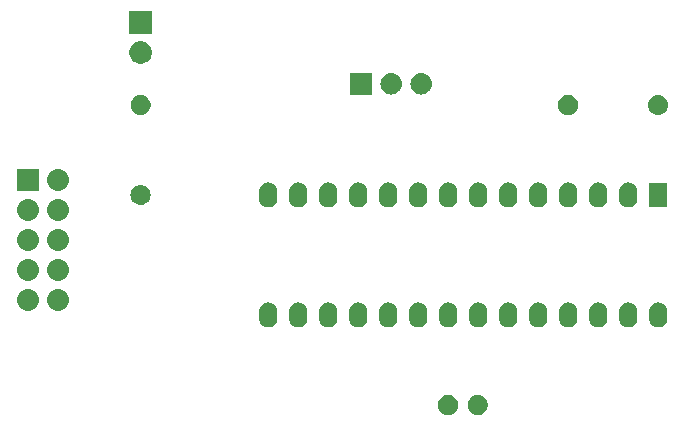
<source format=gbr>
%TF.GenerationSoftware,KiCad,Pcbnew,5.1.4-3.fc30*%
%TF.CreationDate,2019-10-13T14:30:58+02:00*%
%TF.ProjectId,atmega_prog_adapter_v3,61746d65-6761-45f7-9072-6f675f616461,1.0*%
%TF.SameCoordinates,PX59a0560PY76b1be0*%
%TF.FileFunction,Soldermask,Bot*%
%TF.FilePolarity,Negative*%
%FSLAX46Y46*%
G04 Gerber Fmt 4.6, Leading zero omitted, Abs format (unit mm)*
G04 Created by KiCad (PCBNEW 5.1.4-3.fc30) date 2019-10-13 14:30:58*
%MOMM*%
%LPD*%
G04 APERTURE LIST*
%ADD10C,0.150000*%
G04 APERTURE END LIST*
D10*
G36*
X45928228Y5898297D02*
G01*
X46083100Y5834147D01*
X46222481Y5741015D01*
X46341015Y5622481D01*
X46434147Y5483100D01*
X46498297Y5328228D01*
X46531000Y5163816D01*
X46531000Y4996184D01*
X46498297Y4831772D01*
X46434147Y4676900D01*
X46341015Y4537519D01*
X46222481Y4418985D01*
X46083100Y4325853D01*
X45928228Y4261703D01*
X45763816Y4229000D01*
X45596184Y4229000D01*
X45431772Y4261703D01*
X45276900Y4325853D01*
X45137519Y4418985D01*
X45018985Y4537519D01*
X44925853Y4676900D01*
X44861703Y4831772D01*
X44829000Y4996184D01*
X44829000Y5163816D01*
X44861703Y5328228D01*
X44925853Y5483100D01*
X45018985Y5622481D01*
X45137519Y5741015D01*
X45276900Y5834147D01*
X45431772Y5898297D01*
X45596184Y5931000D01*
X45763816Y5931000D01*
X45928228Y5898297D01*
X45928228Y5898297D01*
G37*
G36*
X43428228Y5898297D02*
G01*
X43583100Y5834147D01*
X43722481Y5741015D01*
X43841015Y5622481D01*
X43934147Y5483100D01*
X43998297Y5328228D01*
X44031000Y5163816D01*
X44031000Y4996184D01*
X43998297Y4831772D01*
X43934147Y4676900D01*
X43841015Y4537519D01*
X43722481Y4418985D01*
X43583100Y4325853D01*
X43428228Y4261703D01*
X43263816Y4229000D01*
X43096184Y4229000D01*
X42931772Y4261703D01*
X42776900Y4325853D01*
X42637519Y4418985D01*
X42518985Y4537519D01*
X42425853Y4676900D01*
X42361703Y4831772D01*
X42329000Y4996184D01*
X42329000Y5163816D01*
X42361703Y5328228D01*
X42425853Y5483100D01*
X42518985Y5622481D01*
X42637519Y5741015D01*
X42776900Y5834147D01*
X42931772Y5898297D01*
X43096184Y5931000D01*
X43263816Y5931000D01*
X43428228Y5898297D01*
X43428228Y5898297D01*
G37*
G36*
X33171142Y13739844D02*
G01*
X33316476Y13695757D01*
X33316479Y13695756D01*
X33450416Y13624165D01*
X33567817Y13527817D01*
X33664165Y13410416D01*
X33735756Y13276479D01*
X33735757Y13276476D01*
X33779844Y13131142D01*
X33791000Y13017872D01*
X33791000Y12382128D01*
X33779844Y12268858D01*
X33735757Y12123525D01*
X33735756Y12123521D01*
X33664165Y11989584D01*
X33664164Y11989583D01*
X33567817Y11872183D01*
X33468268Y11790486D01*
X33450415Y11775835D01*
X33316478Y11704244D01*
X33316475Y11704243D01*
X33171141Y11660156D01*
X33020000Y11645270D01*
X32868858Y11660156D01*
X32723524Y11704243D01*
X32723521Y11704244D01*
X32589584Y11775835D01*
X32568531Y11793113D01*
X32472183Y11872183D01*
X32375836Y11989584D01*
X32304245Y12123521D01*
X32304244Y12123522D01*
X32304243Y12123525D01*
X32260156Y12268859D01*
X32249000Y12382129D01*
X32249000Y13017872D01*
X32260156Y13131142D01*
X32304243Y13276476D01*
X32304243Y13276477D01*
X32375837Y13410418D01*
X32472184Y13527817D01*
X32589585Y13624165D01*
X32723522Y13695756D01*
X32723525Y13695757D01*
X32868859Y13739844D01*
X33020000Y13754730D01*
X33171142Y13739844D01*
X33171142Y13739844D01*
G37*
G36*
X38251142Y13739844D02*
G01*
X38396476Y13695757D01*
X38396479Y13695756D01*
X38530416Y13624165D01*
X38647817Y13527817D01*
X38744165Y13410416D01*
X38815756Y13276479D01*
X38815757Y13276476D01*
X38859844Y13131142D01*
X38871000Y13017872D01*
X38871000Y12382128D01*
X38859844Y12268858D01*
X38815757Y12123525D01*
X38815756Y12123521D01*
X38744165Y11989584D01*
X38744164Y11989583D01*
X38647817Y11872183D01*
X38548268Y11790486D01*
X38530415Y11775835D01*
X38396478Y11704244D01*
X38396475Y11704243D01*
X38251141Y11660156D01*
X38100000Y11645270D01*
X37948858Y11660156D01*
X37803524Y11704243D01*
X37803521Y11704244D01*
X37669584Y11775835D01*
X37648531Y11793113D01*
X37552183Y11872183D01*
X37455836Y11989584D01*
X37384245Y12123521D01*
X37384244Y12123522D01*
X37384243Y12123525D01*
X37340156Y12268859D01*
X37329000Y12382129D01*
X37329000Y13017872D01*
X37340156Y13131142D01*
X37384243Y13276476D01*
X37384243Y13276477D01*
X37455837Y13410418D01*
X37552184Y13527817D01*
X37669585Y13624165D01*
X37803522Y13695756D01*
X37803525Y13695757D01*
X37948859Y13739844D01*
X38100000Y13754730D01*
X38251142Y13739844D01*
X38251142Y13739844D01*
G37*
G36*
X40791142Y13739844D02*
G01*
X40936476Y13695757D01*
X40936479Y13695756D01*
X41070416Y13624165D01*
X41187817Y13527817D01*
X41284165Y13410416D01*
X41355756Y13276479D01*
X41355757Y13276476D01*
X41399844Y13131142D01*
X41411000Y13017872D01*
X41411000Y12382128D01*
X41399844Y12268858D01*
X41355757Y12123525D01*
X41355756Y12123521D01*
X41284165Y11989584D01*
X41284164Y11989583D01*
X41187817Y11872183D01*
X41088268Y11790486D01*
X41070415Y11775835D01*
X40936478Y11704244D01*
X40936475Y11704243D01*
X40791141Y11660156D01*
X40640000Y11645270D01*
X40488858Y11660156D01*
X40343524Y11704243D01*
X40343521Y11704244D01*
X40209584Y11775835D01*
X40188531Y11793113D01*
X40092183Y11872183D01*
X39995836Y11989584D01*
X39924245Y12123521D01*
X39924244Y12123522D01*
X39924243Y12123525D01*
X39880156Y12268859D01*
X39869000Y12382129D01*
X39869000Y13017872D01*
X39880156Y13131142D01*
X39924243Y13276476D01*
X39924243Y13276477D01*
X39995837Y13410418D01*
X40092184Y13527817D01*
X40209585Y13624165D01*
X40343522Y13695756D01*
X40343525Y13695757D01*
X40488859Y13739844D01*
X40640000Y13754730D01*
X40791142Y13739844D01*
X40791142Y13739844D01*
G37*
G36*
X43331142Y13739844D02*
G01*
X43476476Y13695757D01*
X43476479Y13695756D01*
X43610416Y13624165D01*
X43727817Y13527817D01*
X43824165Y13410416D01*
X43895756Y13276479D01*
X43895757Y13276476D01*
X43939844Y13131142D01*
X43951000Y13017872D01*
X43951000Y12382128D01*
X43939844Y12268858D01*
X43895757Y12123525D01*
X43895756Y12123521D01*
X43824165Y11989584D01*
X43824164Y11989583D01*
X43727817Y11872183D01*
X43628268Y11790486D01*
X43610415Y11775835D01*
X43476478Y11704244D01*
X43476475Y11704243D01*
X43331141Y11660156D01*
X43180000Y11645270D01*
X43028858Y11660156D01*
X42883524Y11704243D01*
X42883521Y11704244D01*
X42749584Y11775835D01*
X42728531Y11793113D01*
X42632183Y11872183D01*
X42535836Y11989584D01*
X42464245Y12123521D01*
X42464244Y12123522D01*
X42464243Y12123525D01*
X42420156Y12268859D01*
X42409000Y12382129D01*
X42409000Y13017872D01*
X42420156Y13131142D01*
X42464243Y13276476D01*
X42464243Y13276477D01*
X42535837Y13410418D01*
X42632184Y13527817D01*
X42749585Y13624165D01*
X42883522Y13695756D01*
X42883525Y13695757D01*
X43028859Y13739844D01*
X43180000Y13754730D01*
X43331142Y13739844D01*
X43331142Y13739844D01*
G37*
G36*
X35711142Y13739844D02*
G01*
X35856476Y13695757D01*
X35856479Y13695756D01*
X35990416Y13624165D01*
X36107817Y13527817D01*
X36204165Y13410416D01*
X36275756Y13276479D01*
X36275757Y13276476D01*
X36319844Y13131142D01*
X36331000Y13017872D01*
X36331000Y12382128D01*
X36319844Y12268858D01*
X36275757Y12123525D01*
X36275756Y12123521D01*
X36204165Y11989584D01*
X36204164Y11989583D01*
X36107817Y11872183D01*
X36008268Y11790486D01*
X35990415Y11775835D01*
X35856478Y11704244D01*
X35856475Y11704243D01*
X35711141Y11660156D01*
X35560000Y11645270D01*
X35408858Y11660156D01*
X35263524Y11704243D01*
X35263521Y11704244D01*
X35129584Y11775835D01*
X35108531Y11793113D01*
X35012183Y11872183D01*
X34915836Y11989584D01*
X34844245Y12123521D01*
X34844244Y12123522D01*
X34844243Y12123525D01*
X34800156Y12268859D01*
X34789000Y12382129D01*
X34789000Y13017872D01*
X34800156Y13131142D01*
X34844243Y13276476D01*
X34844243Y13276477D01*
X34915837Y13410418D01*
X35012184Y13527817D01*
X35129585Y13624165D01*
X35263522Y13695756D01*
X35263525Y13695757D01*
X35408859Y13739844D01*
X35560000Y13754730D01*
X35711142Y13739844D01*
X35711142Y13739844D01*
G37*
G36*
X45871142Y13739844D02*
G01*
X46016476Y13695757D01*
X46016479Y13695756D01*
X46150416Y13624165D01*
X46267817Y13527817D01*
X46364165Y13410416D01*
X46435756Y13276479D01*
X46435757Y13276476D01*
X46479844Y13131142D01*
X46491000Y13017872D01*
X46491000Y12382128D01*
X46479844Y12268858D01*
X46435757Y12123525D01*
X46435756Y12123521D01*
X46364165Y11989584D01*
X46364164Y11989583D01*
X46267817Y11872183D01*
X46168268Y11790486D01*
X46150415Y11775835D01*
X46016478Y11704244D01*
X46016475Y11704243D01*
X45871141Y11660156D01*
X45720000Y11645270D01*
X45568858Y11660156D01*
X45423524Y11704243D01*
X45423521Y11704244D01*
X45289584Y11775835D01*
X45268531Y11793113D01*
X45172183Y11872183D01*
X45075836Y11989584D01*
X45004245Y12123521D01*
X45004244Y12123522D01*
X45004243Y12123525D01*
X44960156Y12268859D01*
X44949000Y12382129D01*
X44949000Y13017872D01*
X44960156Y13131142D01*
X45004243Y13276476D01*
X45004243Y13276477D01*
X45075837Y13410418D01*
X45172184Y13527817D01*
X45289585Y13624165D01*
X45423522Y13695756D01*
X45423525Y13695757D01*
X45568859Y13739844D01*
X45720000Y13754730D01*
X45871142Y13739844D01*
X45871142Y13739844D01*
G37*
G36*
X48411142Y13739844D02*
G01*
X48556476Y13695757D01*
X48556479Y13695756D01*
X48690416Y13624165D01*
X48807817Y13527817D01*
X48904165Y13410416D01*
X48975756Y13276479D01*
X48975757Y13276476D01*
X49019844Y13131142D01*
X49031000Y13017872D01*
X49031000Y12382128D01*
X49019844Y12268858D01*
X48975757Y12123525D01*
X48975756Y12123521D01*
X48904165Y11989584D01*
X48904164Y11989583D01*
X48807817Y11872183D01*
X48708268Y11790486D01*
X48690415Y11775835D01*
X48556478Y11704244D01*
X48556475Y11704243D01*
X48411141Y11660156D01*
X48260000Y11645270D01*
X48108858Y11660156D01*
X47963524Y11704243D01*
X47963521Y11704244D01*
X47829584Y11775835D01*
X47808531Y11793113D01*
X47712183Y11872183D01*
X47615836Y11989584D01*
X47544245Y12123521D01*
X47544244Y12123522D01*
X47544243Y12123525D01*
X47500156Y12268859D01*
X47489000Y12382129D01*
X47489000Y13017872D01*
X47500156Y13131142D01*
X47544243Y13276476D01*
X47544243Y13276477D01*
X47615837Y13410418D01*
X47712184Y13527817D01*
X47829585Y13624165D01*
X47963522Y13695756D01*
X47963525Y13695757D01*
X48108859Y13739844D01*
X48260000Y13754730D01*
X48411142Y13739844D01*
X48411142Y13739844D01*
G37*
G36*
X53491142Y13739844D02*
G01*
X53636476Y13695757D01*
X53636479Y13695756D01*
X53770416Y13624165D01*
X53887817Y13527817D01*
X53984165Y13410416D01*
X54055756Y13276479D01*
X54055757Y13276476D01*
X54099844Y13131142D01*
X54111000Y13017872D01*
X54111000Y12382128D01*
X54099844Y12268858D01*
X54055757Y12123525D01*
X54055756Y12123521D01*
X53984165Y11989584D01*
X53984164Y11989583D01*
X53887817Y11872183D01*
X53788268Y11790486D01*
X53770415Y11775835D01*
X53636478Y11704244D01*
X53636475Y11704243D01*
X53491141Y11660156D01*
X53340000Y11645270D01*
X53188858Y11660156D01*
X53043524Y11704243D01*
X53043521Y11704244D01*
X52909584Y11775835D01*
X52888531Y11793113D01*
X52792183Y11872183D01*
X52695836Y11989584D01*
X52624245Y12123521D01*
X52624244Y12123522D01*
X52624243Y12123525D01*
X52580156Y12268859D01*
X52569000Y12382129D01*
X52569000Y13017872D01*
X52580156Y13131142D01*
X52624243Y13276476D01*
X52624243Y13276477D01*
X52695837Y13410418D01*
X52792184Y13527817D01*
X52909585Y13624165D01*
X53043522Y13695756D01*
X53043525Y13695757D01*
X53188859Y13739844D01*
X53340000Y13754730D01*
X53491142Y13739844D01*
X53491142Y13739844D01*
G37*
G36*
X56031142Y13739844D02*
G01*
X56176476Y13695757D01*
X56176479Y13695756D01*
X56310416Y13624165D01*
X56427817Y13527817D01*
X56524165Y13410416D01*
X56595756Y13276479D01*
X56595757Y13276476D01*
X56639844Y13131142D01*
X56651000Y13017872D01*
X56651000Y12382128D01*
X56639844Y12268858D01*
X56595757Y12123525D01*
X56595756Y12123521D01*
X56524165Y11989584D01*
X56524164Y11989583D01*
X56427817Y11872183D01*
X56328268Y11790486D01*
X56310415Y11775835D01*
X56176478Y11704244D01*
X56176475Y11704243D01*
X56031141Y11660156D01*
X55880000Y11645270D01*
X55728858Y11660156D01*
X55583524Y11704243D01*
X55583521Y11704244D01*
X55449584Y11775835D01*
X55428531Y11793113D01*
X55332183Y11872183D01*
X55235836Y11989584D01*
X55164245Y12123521D01*
X55164244Y12123522D01*
X55164243Y12123525D01*
X55120156Y12268859D01*
X55109000Y12382129D01*
X55109000Y13017872D01*
X55120156Y13131142D01*
X55164243Y13276476D01*
X55164243Y13276477D01*
X55235837Y13410418D01*
X55332184Y13527817D01*
X55449585Y13624165D01*
X55583522Y13695756D01*
X55583525Y13695757D01*
X55728859Y13739844D01*
X55880000Y13754730D01*
X56031142Y13739844D01*
X56031142Y13739844D01*
G37*
G36*
X58571142Y13739844D02*
G01*
X58716476Y13695757D01*
X58716479Y13695756D01*
X58850416Y13624165D01*
X58967817Y13527817D01*
X59064165Y13410416D01*
X59135756Y13276479D01*
X59135757Y13276476D01*
X59179844Y13131142D01*
X59191000Y13017872D01*
X59191000Y12382128D01*
X59179844Y12268858D01*
X59135757Y12123525D01*
X59135756Y12123521D01*
X59064165Y11989584D01*
X59064164Y11989583D01*
X58967817Y11872183D01*
X58868268Y11790486D01*
X58850415Y11775835D01*
X58716478Y11704244D01*
X58716475Y11704243D01*
X58571141Y11660156D01*
X58420000Y11645270D01*
X58268858Y11660156D01*
X58123524Y11704243D01*
X58123521Y11704244D01*
X57989584Y11775835D01*
X57968531Y11793113D01*
X57872183Y11872183D01*
X57775836Y11989584D01*
X57704245Y12123521D01*
X57704244Y12123522D01*
X57704243Y12123525D01*
X57660156Y12268859D01*
X57649000Y12382129D01*
X57649000Y13017872D01*
X57660156Y13131142D01*
X57704243Y13276476D01*
X57704243Y13276477D01*
X57775837Y13410418D01*
X57872184Y13527817D01*
X57989585Y13624165D01*
X58123522Y13695756D01*
X58123525Y13695757D01*
X58268859Y13739844D01*
X58420000Y13754730D01*
X58571142Y13739844D01*
X58571142Y13739844D01*
G37*
G36*
X61111142Y13739844D02*
G01*
X61256476Y13695757D01*
X61256479Y13695756D01*
X61390416Y13624165D01*
X61507817Y13527817D01*
X61604165Y13410416D01*
X61675756Y13276479D01*
X61675757Y13276476D01*
X61719844Y13131142D01*
X61731000Y13017872D01*
X61731000Y12382128D01*
X61719844Y12268858D01*
X61675757Y12123525D01*
X61675756Y12123521D01*
X61604165Y11989584D01*
X61604164Y11989583D01*
X61507817Y11872183D01*
X61408268Y11790486D01*
X61390415Y11775835D01*
X61256478Y11704244D01*
X61256475Y11704243D01*
X61111141Y11660156D01*
X60960000Y11645270D01*
X60808858Y11660156D01*
X60663524Y11704243D01*
X60663521Y11704244D01*
X60529584Y11775835D01*
X60508531Y11793113D01*
X60412183Y11872183D01*
X60315836Y11989584D01*
X60244245Y12123521D01*
X60244244Y12123522D01*
X60244243Y12123525D01*
X60200156Y12268859D01*
X60189000Y12382129D01*
X60189000Y13017872D01*
X60200156Y13131142D01*
X60244243Y13276476D01*
X60244243Y13276477D01*
X60315837Y13410418D01*
X60412184Y13527817D01*
X60529585Y13624165D01*
X60663522Y13695756D01*
X60663525Y13695757D01*
X60808859Y13739844D01*
X60960000Y13754730D01*
X61111142Y13739844D01*
X61111142Y13739844D01*
G37*
G36*
X30631142Y13739844D02*
G01*
X30776476Y13695757D01*
X30776479Y13695756D01*
X30910416Y13624165D01*
X31027817Y13527817D01*
X31124165Y13410416D01*
X31195756Y13276479D01*
X31195757Y13276476D01*
X31239844Y13131142D01*
X31251000Y13017872D01*
X31251000Y12382128D01*
X31239844Y12268858D01*
X31195757Y12123525D01*
X31195756Y12123521D01*
X31124165Y11989584D01*
X31124164Y11989583D01*
X31027817Y11872183D01*
X30928268Y11790486D01*
X30910415Y11775835D01*
X30776478Y11704244D01*
X30776475Y11704243D01*
X30631141Y11660156D01*
X30480000Y11645270D01*
X30328858Y11660156D01*
X30183524Y11704243D01*
X30183521Y11704244D01*
X30049584Y11775835D01*
X30028531Y11793113D01*
X29932183Y11872183D01*
X29835836Y11989584D01*
X29764245Y12123521D01*
X29764244Y12123522D01*
X29764243Y12123525D01*
X29720156Y12268859D01*
X29709000Y12382129D01*
X29709000Y13017872D01*
X29720156Y13131142D01*
X29764243Y13276476D01*
X29764243Y13276477D01*
X29835837Y13410418D01*
X29932184Y13527817D01*
X30049585Y13624165D01*
X30183522Y13695756D01*
X30183525Y13695757D01*
X30328859Y13739844D01*
X30480000Y13754730D01*
X30631142Y13739844D01*
X30631142Y13739844D01*
G37*
G36*
X28091142Y13739844D02*
G01*
X28236476Y13695757D01*
X28236479Y13695756D01*
X28370416Y13624165D01*
X28487817Y13527817D01*
X28584165Y13410416D01*
X28655756Y13276479D01*
X28655757Y13276476D01*
X28699844Y13131142D01*
X28711000Y13017872D01*
X28711000Y12382128D01*
X28699844Y12268858D01*
X28655757Y12123525D01*
X28655756Y12123521D01*
X28584165Y11989584D01*
X28584164Y11989583D01*
X28487817Y11872183D01*
X28388268Y11790486D01*
X28370415Y11775835D01*
X28236478Y11704244D01*
X28236475Y11704243D01*
X28091141Y11660156D01*
X27940000Y11645270D01*
X27788858Y11660156D01*
X27643524Y11704243D01*
X27643521Y11704244D01*
X27509584Y11775835D01*
X27488531Y11793113D01*
X27392183Y11872183D01*
X27295836Y11989584D01*
X27224245Y12123521D01*
X27224244Y12123522D01*
X27224243Y12123525D01*
X27180156Y12268859D01*
X27169000Y12382129D01*
X27169000Y13017872D01*
X27180156Y13131142D01*
X27224243Y13276476D01*
X27224243Y13276477D01*
X27295837Y13410418D01*
X27392184Y13527817D01*
X27509585Y13624165D01*
X27643522Y13695756D01*
X27643525Y13695757D01*
X27788859Y13739844D01*
X27940000Y13754730D01*
X28091142Y13739844D01*
X28091142Y13739844D01*
G37*
G36*
X50951142Y13739844D02*
G01*
X51096476Y13695757D01*
X51096479Y13695756D01*
X51230416Y13624165D01*
X51347817Y13527817D01*
X51444165Y13410416D01*
X51515756Y13276479D01*
X51515757Y13276476D01*
X51559844Y13131142D01*
X51571000Y13017872D01*
X51571000Y12382128D01*
X51559844Y12268858D01*
X51515757Y12123525D01*
X51515756Y12123521D01*
X51444165Y11989584D01*
X51444164Y11989583D01*
X51347817Y11872183D01*
X51248268Y11790486D01*
X51230415Y11775835D01*
X51096478Y11704244D01*
X51096475Y11704243D01*
X50951141Y11660156D01*
X50800000Y11645270D01*
X50648858Y11660156D01*
X50503524Y11704243D01*
X50503521Y11704244D01*
X50369584Y11775835D01*
X50348531Y11793113D01*
X50252183Y11872183D01*
X50155836Y11989584D01*
X50084245Y12123521D01*
X50084244Y12123522D01*
X50084243Y12123525D01*
X50040156Y12268859D01*
X50029000Y12382129D01*
X50029000Y13017872D01*
X50040156Y13131142D01*
X50084243Y13276476D01*
X50084243Y13276477D01*
X50155837Y13410418D01*
X50252184Y13527817D01*
X50369585Y13624165D01*
X50503522Y13695756D01*
X50503525Y13695757D01*
X50648859Y13739844D01*
X50800000Y13754730D01*
X50951142Y13739844D01*
X50951142Y13739844D01*
G37*
G36*
X7799294Y14871367D02*
G01*
X7971695Y14819069D01*
X8130583Y14734142D01*
X8269849Y14619849D01*
X8384142Y14480583D01*
X8469069Y14321695D01*
X8521367Y14149294D01*
X8539025Y13970000D01*
X8521367Y13790706D01*
X8469069Y13618305D01*
X8384142Y13459417D01*
X8269849Y13320151D01*
X8130583Y13205858D01*
X7971695Y13120931D01*
X7799294Y13068633D01*
X7664931Y13055400D01*
X7575069Y13055400D01*
X7440706Y13068633D01*
X7268305Y13120931D01*
X7109417Y13205858D01*
X6970151Y13320151D01*
X6855858Y13459417D01*
X6770931Y13618305D01*
X6718633Y13790706D01*
X6700975Y13970000D01*
X6718633Y14149294D01*
X6770931Y14321695D01*
X6855858Y14480583D01*
X6970151Y14619849D01*
X7109417Y14734142D01*
X7268305Y14819069D01*
X7440706Y14871367D01*
X7575069Y14884600D01*
X7664931Y14884600D01*
X7799294Y14871367D01*
X7799294Y14871367D01*
G37*
G36*
X10339294Y14871367D02*
G01*
X10511695Y14819069D01*
X10670583Y14734142D01*
X10809849Y14619849D01*
X10924142Y14480583D01*
X11009069Y14321695D01*
X11061367Y14149294D01*
X11079025Y13970000D01*
X11061367Y13790706D01*
X11009069Y13618305D01*
X10924142Y13459417D01*
X10809849Y13320151D01*
X10670583Y13205858D01*
X10511695Y13120931D01*
X10339294Y13068633D01*
X10204931Y13055400D01*
X10115069Y13055400D01*
X9980706Y13068633D01*
X9808305Y13120931D01*
X9649417Y13205858D01*
X9510151Y13320151D01*
X9395858Y13459417D01*
X9310931Y13618305D01*
X9258633Y13790706D01*
X9240975Y13970000D01*
X9258633Y14149294D01*
X9310931Y14321695D01*
X9395858Y14480583D01*
X9510151Y14619849D01*
X9649417Y14734142D01*
X9808305Y14819069D01*
X9980706Y14871367D01*
X10115069Y14884600D01*
X10204931Y14884600D01*
X10339294Y14871367D01*
X10339294Y14871367D01*
G37*
G36*
X10339294Y17411367D02*
G01*
X10511695Y17359069D01*
X10670583Y17274142D01*
X10809849Y17159849D01*
X10924142Y17020583D01*
X11009069Y16861695D01*
X11061367Y16689294D01*
X11079025Y16510000D01*
X11061367Y16330706D01*
X11009069Y16158305D01*
X10924142Y15999417D01*
X10809849Y15860151D01*
X10670583Y15745858D01*
X10511695Y15660931D01*
X10339294Y15608633D01*
X10204931Y15595400D01*
X10115069Y15595400D01*
X9980706Y15608633D01*
X9808305Y15660931D01*
X9649417Y15745858D01*
X9510151Y15860151D01*
X9395858Y15999417D01*
X9310931Y16158305D01*
X9258633Y16330706D01*
X9240975Y16510000D01*
X9258633Y16689294D01*
X9310931Y16861695D01*
X9395858Y17020583D01*
X9510151Y17159849D01*
X9649417Y17274142D01*
X9808305Y17359069D01*
X9980706Y17411367D01*
X10115069Y17424600D01*
X10204931Y17424600D01*
X10339294Y17411367D01*
X10339294Y17411367D01*
G37*
G36*
X7799294Y17411367D02*
G01*
X7971695Y17359069D01*
X8130583Y17274142D01*
X8269849Y17159849D01*
X8384142Y17020583D01*
X8469069Y16861695D01*
X8521367Y16689294D01*
X8539025Y16510000D01*
X8521367Y16330706D01*
X8469069Y16158305D01*
X8384142Y15999417D01*
X8269849Y15860151D01*
X8130583Y15745858D01*
X7971695Y15660931D01*
X7799294Y15608633D01*
X7664931Y15595400D01*
X7575069Y15595400D01*
X7440706Y15608633D01*
X7268305Y15660931D01*
X7109417Y15745858D01*
X6970151Y15860151D01*
X6855858Y15999417D01*
X6770931Y16158305D01*
X6718633Y16330706D01*
X6700975Y16510000D01*
X6718633Y16689294D01*
X6770931Y16861695D01*
X6855858Y17020583D01*
X6970151Y17159849D01*
X7109417Y17274142D01*
X7268305Y17359069D01*
X7440706Y17411367D01*
X7575069Y17424600D01*
X7664931Y17424600D01*
X7799294Y17411367D01*
X7799294Y17411367D01*
G37*
G36*
X10339294Y19951367D02*
G01*
X10511695Y19899069D01*
X10670583Y19814142D01*
X10809849Y19699849D01*
X10924142Y19560583D01*
X11009069Y19401695D01*
X11061367Y19229294D01*
X11079025Y19050000D01*
X11061367Y18870706D01*
X11009069Y18698305D01*
X10924142Y18539417D01*
X10809849Y18400151D01*
X10670583Y18285858D01*
X10511695Y18200931D01*
X10339294Y18148633D01*
X10204931Y18135400D01*
X10115069Y18135400D01*
X9980706Y18148633D01*
X9808305Y18200931D01*
X9649417Y18285858D01*
X9510151Y18400151D01*
X9395858Y18539417D01*
X9310931Y18698305D01*
X9258633Y18870706D01*
X9240975Y19050000D01*
X9258633Y19229294D01*
X9310931Y19401695D01*
X9395858Y19560583D01*
X9510151Y19699849D01*
X9649417Y19814142D01*
X9808305Y19899069D01*
X9980706Y19951367D01*
X10115069Y19964600D01*
X10204931Y19964600D01*
X10339294Y19951367D01*
X10339294Y19951367D01*
G37*
G36*
X7799294Y19951367D02*
G01*
X7971695Y19899069D01*
X8130583Y19814142D01*
X8269849Y19699849D01*
X8384142Y19560583D01*
X8469069Y19401695D01*
X8521367Y19229294D01*
X8539025Y19050000D01*
X8521367Y18870706D01*
X8469069Y18698305D01*
X8384142Y18539417D01*
X8269849Y18400151D01*
X8130583Y18285858D01*
X7971695Y18200931D01*
X7799294Y18148633D01*
X7664931Y18135400D01*
X7575069Y18135400D01*
X7440706Y18148633D01*
X7268305Y18200931D01*
X7109417Y18285858D01*
X6970151Y18400151D01*
X6855858Y18539417D01*
X6770931Y18698305D01*
X6718633Y18870706D01*
X6700975Y19050000D01*
X6718633Y19229294D01*
X6770931Y19401695D01*
X6855858Y19560583D01*
X6970151Y19699849D01*
X7109417Y19814142D01*
X7268305Y19899069D01*
X7440706Y19951367D01*
X7575069Y19964600D01*
X7664931Y19964600D01*
X7799294Y19951367D01*
X7799294Y19951367D01*
G37*
G36*
X10339294Y22491367D02*
G01*
X10511695Y22439069D01*
X10670583Y22354142D01*
X10809849Y22239849D01*
X10924142Y22100583D01*
X11009069Y21941695D01*
X11061367Y21769294D01*
X11079025Y21590000D01*
X11061367Y21410706D01*
X11009069Y21238305D01*
X10924142Y21079417D01*
X10809849Y20940151D01*
X10670583Y20825858D01*
X10511695Y20740931D01*
X10339294Y20688633D01*
X10204931Y20675400D01*
X10115069Y20675400D01*
X9980706Y20688633D01*
X9808305Y20740931D01*
X9649417Y20825858D01*
X9510151Y20940151D01*
X9395858Y21079417D01*
X9310931Y21238305D01*
X9258633Y21410706D01*
X9240975Y21590000D01*
X9258633Y21769294D01*
X9310931Y21941695D01*
X9395858Y22100583D01*
X9510151Y22239849D01*
X9649417Y22354142D01*
X9808305Y22439069D01*
X9980706Y22491367D01*
X10115069Y22504600D01*
X10204931Y22504600D01*
X10339294Y22491367D01*
X10339294Y22491367D01*
G37*
G36*
X7799294Y22491367D02*
G01*
X7971695Y22439069D01*
X8130583Y22354142D01*
X8269849Y22239849D01*
X8384142Y22100583D01*
X8469069Y21941695D01*
X8521367Y21769294D01*
X8539025Y21590000D01*
X8521367Y21410706D01*
X8469069Y21238305D01*
X8384142Y21079417D01*
X8269849Y20940151D01*
X8130583Y20825858D01*
X7971695Y20740931D01*
X7799294Y20688633D01*
X7664931Y20675400D01*
X7575069Y20675400D01*
X7440706Y20688633D01*
X7268305Y20740931D01*
X7109417Y20825858D01*
X6970151Y20940151D01*
X6855858Y21079417D01*
X6770931Y21238305D01*
X6718633Y21410706D01*
X6700975Y21590000D01*
X6718633Y21769294D01*
X6770931Y21941695D01*
X6855858Y22100583D01*
X6970151Y22239849D01*
X7109417Y22354142D01*
X7268305Y22439069D01*
X7440706Y22491367D01*
X7575069Y22504600D01*
X7664931Y22504600D01*
X7799294Y22491367D01*
X7799294Y22491367D01*
G37*
G36*
X38251142Y23899844D02*
G01*
X38396476Y23855757D01*
X38396479Y23855756D01*
X38530416Y23784165D01*
X38647817Y23687817D01*
X38744165Y23570416D01*
X38815756Y23436479D01*
X38815757Y23436476D01*
X38859844Y23291142D01*
X38867281Y23215629D01*
X38871000Y23177873D01*
X38871000Y22542127D01*
X38870077Y22532758D01*
X38859844Y22428858D01*
X38815757Y22283525D01*
X38815756Y22283521D01*
X38744165Y22149584D01*
X38726887Y22128531D01*
X38647817Y22032183D01*
X38548268Y21950486D01*
X38530415Y21935835D01*
X38396478Y21864244D01*
X38396475Y21864243D01*
X38251141Y21820156D01*
X38100000Y21805270D01*
X37948858Y21820156D01*
X37803524Y21864243D01*
X37803521Y21864244D01*
X37669584Y21935835D01*
X37580432Y22009000D01*
X37552183Y22032183D01*
X37456319Y22148995D01*
X37455835Y22149585D01*
X37384244Y22283522D01*
X37362822Y22354141D01*
X37340156Y22428859D01*
X37329000Y22542129D01*
X37329000Y23177872D01*
X37329923Y23187239D01*
X37332719Y23215629D01*
X37340156Y23291142D01*
X37384243Y23436476D01*
X37384243Y23436477D01*
X37455837Y23570418D01*
X37552184Y23687817D01*
X37669585Y23784165D01*
X37803522Y23855756D01*
X37803525Y23855757D01*
X37948859Y23899844D01*
X38100000Y23914730D01*
X38251142Y23899844D01*
X38251142Y23899844D01*
G37*
G36*
X43331142Y23899844D02*
G01*
X43476476Y23855757D01*
X43476479Y23855756D01*
X43610416Y23784165D01*
X43727817Y23687817D01*
X43824165Y23570416D01*
X43895756Y23436479D01*
X43895757Y23436476D01*
X43939844Y23291142D01*
X43947281Y23215629D01*
X43951000Y23177873D01*
X43951000Y22542127D01*
X43950077Y22532758D01*
X43939844Y22428858D01*
X43895757Y22283525D01*
X43895756Y22283521D01*
X43824165Y22149584D01*
X43806887Y22128531D01*
X43727817Y22032183D01*
X43628268Y21950486D01*
X43610415Y21935835D01*
X43476478Y21864244D01*
X43476475Y21864243D01*
X43331141Y21820156D01*
X43180000Y21805270D01*
X43028858Y21820156D01*
X42883524Y21864243D01*
X42883521Y21864244D01*
X42749584Y21935835D01*
X42660432Y22009000D01*
X42632183Y22032183D01*
X42536319Y22148995D01*
X42535835Y22149585D01*
X42464244Y22283522D01*
X42442822Y22354141D01*
X42420156Y22428859D01*
X42409000Y22542129D01*
X42409000Y23177872D01*
X42409923Y23187239D01*
X42412719Y23215629D01*
X42420156Y23291142D01*
X42464243Y23436476D01*
X42464243Y23436477D01*
X42535837Y23570418D01*
X42632184Y23687817D01*
X42749585Y23784165D01*
X42883522Y23855756D01*
X42883525Y23855757D01*
X43028859Y23899844D01*
X43180000Y23914730D01*
X43331142Y23899844D01*
X43331142Y23899844D01*
G37*
G36*
X40791142Y23899844D02*
G01*
X40936476Y23855757D01*
X40936479Y23855756D01*
X41070416Y23784165D01*
X41187817Y23687817D01*
X41284165Y23570416D01*
X41355756Y23436479D01*
X41355757Y23436476D01*
X41399844Y23291142D01*
X41407281Y23215629D01*
X41411000Y23177873D01*
X41411000Y22542127D01*
X41410077Y22532758D01*
X41399844Y22428858D01*
X41355757Y22283525D01*
X41355756Y22283521D01*
X41284165Y22149584D01*
X41266887Y22128531D01*
X41187817Y22032183D01*
X41088268Y21950486D01*
X41070415Y21935835D01*
X40936478Y21864244D01*
X40936475Y21864243D01*
X40791141Y21820156D01*
X40640000Y21805270D01*
X40488858Y21820156D01*
X40343524Y21864243D01*
X40343521Y21864244D01*
X40209584Y21935835D01*
X40120432Y22009000D01*
X40092183Y22032183D01*
X39996319Y22148995D01*
X39995835Y22149585D01*
X39924244Y22283522D01*
X39902822Y22354141D01*
X39880156Y22428859D01*
X39869000Y22542129D01*
X39869000Y23177872D01*
X39869923Y23187239D01*
X39872719Y23215629D01*
X39880156Y23291142D01*
X39924243Y23436476D01*
X39924243Y23436477D01*
X39995837Y23570418D01*
X40092184Y23687817D01*
X40209585Y23784165D01*
X40343522Y23855756D01*
X40343525Y23855757D01*
X40488859Y23899844D01*
X40640000Y23914730D01*
X40791142Y23899844D01*
X40791142Y23899844D01*
G37*
G36*
X58571142Y23899844D02*
G01*
X58716476Y23855757D01*
X58716479Y23855756D01*
X58850416Y23784165D01*
X58967817Y23687817D01*
X59064165Y23570416D01*
X59135756Y23436479D01*
X59135757Y23436476D01*
X59179844Y23291142D01*
X59187281Y23215629D01*
X59191000Y23177873D01*
X59191000Y22542127D01*
X59190077Y22532758D01*
X59179844Y22428858D01*
X59135757Y22283525D01*
X59135756Y22283521D01*
X59064165Y22149584D01*
X59046887Y22128531D01*
X58967817Y22032183D01*
X58868268Y21950486D01*
X58850415Y21935835D01*
X58716478Y21864244D01*
X58716475Y21864243D01*
X58571141Y21820156D01*
X58420000Y21805270D01*
X58268858Y21820156D01*
X58123524Y21864243D01*
X58123521Y21864244D01*
X57989584Y21935835D01*
X57900432Y22009000D01*
X57872183Y22032183D01*
X57776319Y22148995D01*
X57775835Y22149585D01*
X57704244Y22283522D01*
X57682822Y22354141D01*
X57660156Y22428859D01*
X57649000Y22542129D01*
X57649000Y23177872D01*
X57649923Y23187239D01*
X57652719Y23215629D01*
X57660156Y23291142D01*
X57704243Y23436476D01*
X57704243Y23436477D01*
X57775837Y23570418D01*
X57872184Y23687817D01*
X57989585Y23784165D01*
X58123522Y23855756D01*
X58123525Y23855757D01*
X58268859Y23899844D01*
X58420000Y23914730D01*
X58571142Y23899844D01*
X58571142Y23899844D01*
G37*
G36*
X56031142Y23899844D02*
G01*
X56176476Y23855757D01*
X56176479Y23855756D01*
X56310416Y23784165D01*
X56427817Y23687817D01*
X56524165Y23570416D01*
X56595756Y23436479D01*
X56595757Y23436476D01*
X56639844Y23291142D01*
X56647281Y23215629D01*
X56651000Y23177873D01*
X56651000Y22542127D01*
X56650077Y22532758D01*
X56639844Y22428858D01*
X56595757Y22283525D01*
X56595756Y22283521D01*
X56524165Y22149584D01*
X56506887Y22128531D01*
X56427817Y22032183D01*
X56328268Y21950486D01*
X56310415Y21935835D01*
X56176478Y21864244D01*
X56176475Y21864243D01*
X56031141Y21820156D01*
X55880000Y21805270D01*
X55728858Y21820156D01*
X55583524Y21864243D01*
X55583521Y21864244D01*
X55449584Y21935835D01*
X55360432Y22009000D01*
X55332183Y22032183D01*
X55236319Y22148995D01*
X55235835Y22149585D01*
X55164244Y22283522D01*
X55142822Y22354141D01*
X55120156Y22428859D01*
X55109000Y22542129D01*
X55109000Y23177872D01*
X55109923Y23187239D01*
X55112719Y23215629D01*
X55120156Y23291142D01*
X55164243Y23436476D01*
X55164243Y23436477D01*
X55235837Y23570418D01*
X55332184Y23687817D01*
X55449585Y23784165D01*
X55583522Y23855756D01*
X55583525Y23855757D01*
X55728859Y23899844D01*
X55880000Y23914730D01*
X56031142Y23899844D01*
X56031142Y23899844D01*
G37*
G36*
X53491142Y23899844D02*
G01*
X53636476Y23855757D01*
X53636479Y23855756D01*
X53770416Y23784165D01*
X53887817Y23687817D01*
X53984165Y23570416D01*
X54055756Y23436479D01*
X54055757Y23436476D01*
X54099844Y23291142D01*
X54107281Y23215629D01*
X54111000Y23177873D01*
X54111000Y22542127D01*
X54110077Y22532758D01*
X54099844Y22428858D01*
X54055757Y22283525D01*
X54055756Y22283521D01*
X53984165Y22149584D01*
X53966887Y22128531D01*
X53887817Y22032183D01*
X53788268Y21950486D01*
X53770415Y21935835D01*
X53636478Y21864244D01*
X53636475Y21864243D01*
X53491141Y21820156D01*
X53340000Y21805270D01*
X53188858Y21820156D01*
X53043524Y21864243D01*
X53043521Y21864244D01*
X52909584Y21935835D01*
X52820432Y22009000D01*
X52792183Y22032183D01*
X52696319Y22148995D01*
X52695835Y22149585D01*
X52624244Y22283522D01*
X52602822Y22354141D01*
X52580156Y22428859D01*
X52569000Y22542129D01*
X52569000Y23177872D01*
X52569923Y23187239D01*
X52572719Y23215629D01*
X52580156Y23291142D01*
X52624243Y23436476D01*
X52624243Y23436477D01*
X52695837Y23570418D01*
X52792184Y23687817D01*
X52909585Y23784165D01*
X53043522Y23855756D01*
X53043525Y23855757D01*
X53188859Y23899844D01*
X53340000Y23914730D01*
X53491142Y23899844D01*
X53491142Y23899844D01*
G37*
G36*
X48411142Y23899844D02*
G01*
X48556476Y23855757D01*
X48556479Y23855756D01*
X48690416Y23784165D01*
X48807817Y23687817D01*
X48904165Y23570416D01*
X48975756Y23436479D01*
X48975757Y23436476D01*
X49019844Y23291142D01*
X49027281Y23215629D01*
X49031000Y23177873D01*
X49031000Y22542127D01*
X49030077Y22532758D01*
X49019844Y22428858D01*
X48975757Y22283525D01*
X48975756Y22283521D01*
X48904165Y22149584D01*
X48886887Y22128531D01*
X48807817Y22032183D01*
X48708268Y21950486D01*
X48690415Y21935835D01*
X48556478Y21864244D01*
X48556475Y21864243D01*
X48411141Y21820156D01*
X48260000Y21805270D01*
X48108858Y21820156D01*
X47963524Y21864243D01*
X47963521Y21864244D01*
X47829584Y21935835D01*
X47740432Y22009000D01*
X47712183Y22032183D01*
X47616319Y22148995D01*
X47615835Y22149585D01*
X47544244Y22283522D01*
X47522822Y22354141D01*
X47500156Y22428859D01*
X47489000Y22542129D01*
X47489000Y23177872D01*
X47489923Y23187239D01*
X47492719Y23215629D01*
X47500156Y23291142D01*
X47544243Y23436476D01*
X47544243Y23436477D01*
X47615837Y23570418D01*
X47712184Y23687817D01*
X47829585Y23784165D01*
X47963522Y23855756D01*
X47963525Y23855757D01*
X48108859Y23899844D01*
X48260000Y23914730D01*
X48411142Y23899844D01*
X48411142Y23899844D01*
G37*
G36*
X50951142Y23899844D02*
G01*
X51096476Y23855757D01*
X51096479Y23855756D01*
X51230416Y23784165D01*
X51347817Y23687817D01*
X51444165Y23570416D01*
X51515756Y23436479D01*
X51515757Y23436476D01*
X51559844Y23291142D01*
X51567281Y23215629D01*
X51571000Y23177873D01*
X51571000Y22542127D01*
X51570077Y22532758D01*
X51559844Y22428858D01*
X51515757Y22283525D01*
X51515756Y22283521D01*
X51444165Y22149584D01*
X51426887Y22128531D01*
X51347817Y22032183D01*
X51248268Y21950486D01*
X51230415Y21935835D01*
X51096478Y21864244D01*
X51096475Y21864243D01*
X50951141Y21820156D01*
X50800000Y21805270D01*
X50648858Y21820156D01*
X50503524Y21864243D01*
X50503521Y21864244D01*
X50369584Y21935835D01*
X50280432Y22009000D01*
X50252183Y22032183D01*
X50156319Y22148995D01*
X50155835Y22149585D01*
X50084244Y22283522D01*
X50062822Y22354141D01*
X50040156Y22428859D01*
X50029000Y22542129D01*
X50029000Y23177872D01*
X50029923Y23187239D01*
X50032719Y23215629D01*
X50040156Y23291142D01*
X50084243Y23436476D01*
X50084243Y23436477D01*
X50155837Y23570418D01*
X50252184Y23687817D01*
X50369585Y23784165D01*
X50503522Y23855756D01*
X50503525Y23855757D01*
X50648859Y23899844D01*
X50800000Y23914730D01*
X50951142Y23899844D01*
X50951142Y23899844D01*
G37*
G36*
X28091142Y23899844D02*
G01*
X28236476Y23855757D01*
X28236479Y23855756D01*
X28370416Y23784165D01*
X28487817Y23687817D01*
X28584165Y23570416D01*
X28655756Y23436479D01*
X28655757Y23436476D01*
X28699844Y23291142D01*
X28707281Y23215629D01*
X28711000Y23177873D01*
X28711000Y22542127D01*
X28710077Y22532758D01*
X28699844Y22428858D01*
X28655757Y22283525D01*
X28655756Y22283521D01*
X28584165Y22149584D01*
X28566887Y22128531D01*
X28487817Y22032183D01*
X28388268Y21950486D01*
X28370415Y21935835D01*
X28236478Y21864244D01*
X28236475Y21864243D01*
X28091141Y21820156D01*
X27940000Y21805270D01*
X27788858Y21820156D01*
X27643524Y21864243D01*
X27643521Y21864244D01*
X27509584Y21935835D01*
X27420432Y22009000D01*
X27392183Y22032183D01*
X27296319Y22148995D01*
X27295835Y22149585D01*
X27224244Y22283522D01*
X27202822Y22354141D01*
X27180156Y22428859D01*
X27169000Y22542129D01*
X27169000Y23177872D01*
X27169923Y23187239D01*
X27172719Y23215629D01*
X27180156Y23291142D01*
X27224243Y23436476D01*
X27224243Y23436477D01*
X27295837Y23570418D01*
X27392184Y23687817D01*
X27509585Y23784165D01*
X27643522Y23855756D01*
X27643525Y23855757D01*
X27788859Y23899844D01*
X27940000Y23914730D01*
X28091142Y23899844D01*
X28091142Y23899844D01*
G37*
G36*
X30631142Y23899844D02*
G01*
X30776476Y23855757D01*
X30776479Y23855756D01*
X30910416Y23784165D01*
X31027817Y23687817D01*
X31124165Y23570416D01*
X31195756Y23436479D01*
X31195757Y23436476D01*
X31239844Y23291142D01*
X31247281Y23215629D01*
X31251000Y23177873D01*
X31251000Y22542127D01*
X31250077Y22532758D01*
X31239844Y22428858D01*
X31195757Y22283525D01*
X31195756Y22283521D01*
X31124165Y22149584D01*
X31106887Y22128531D01*
X31027817Y22032183D01*
X30928268Y21950486D01*
X30910415Y21935835D01*
X30776478Y21864244D01*
X30776475Y21864243D01*
X30631141Y21820156D01*
X30480000Y21805270D01*
X30328858Y21820156D01*
X30183524Y21864243D01*
X30183521Y21864244D01*
X30049584Y21935835D01*
X29960432Y22009000D01*
X29932183Y22032183D01*
X29836319Y22148995D01*
X29835835Y22149585D01*
X29764244Y22283522D01*
X29742822Y22354141D01*
X29720156Y22428859D01*
X29709000Y22542129D01*
X29709000Y23177872D01*
X29709923Y23187239D01*
X29712719Y23215629D01*
X29720156Y23291142D01*
X29764243Y23436476D01*
X29764243Y23436477D01*
X29835837Y23570418D01*
X29932184Y23687817D01*
X30049585Y23784165D01*
X30183522Y23855756D01*
X30183525Y23855757D01*
X30328859Y23899844D01*
X30480000Y23914730D01*
X30631142Y23899844D01*
X30631142Y23899844D01*
G37*
G36*
X35711142Y23899844D02*
G01*
X35856476Y23855757D01*
X35856479Y23855756D01*
X35990416Y23784165D01*
X36107817Y23687817D01*
X36204165Y23570416D01*
X36275756Y23436479D01*
X36275757Y23436476D01*
X36319844Y23291142D01*
X36327281Y23215629D01*
X36331000Y23177873D01*
X36331000Y22542127D01*
X36330077Y22532758D01*
X36319844Y22428858D01*
X36275757Y22283525D01*
X36275756Y22283521D01*
X36204165Y22149584D01*
X36186887Y22128531D01*
X36107817Y22032183D01*
X36008268Y21950486D01*
X35990415Y21935835D01*
X35856478Y21864244D01*
X35856475Y21864243D01*
X35711141Y21820156D01*
X35560000Y21805270D01*
X35408858Y21820156D01*
X35263524Y21864243D01*
X35263521Y21864244D01*
X35129584Y21935835D01*
X35040432Y22009000D01*
X35012183Y22032183D01*
X34916319Y22148995D01*
X34915835Y22149585D01*
X34844244Y22283522D01*
X34822822Y22354141D01*
X34800156Y22428859D01*
X34789000Y22542129D01*
X34789000Y23177872D01*
X34789923Y23187239D01*
X34792719Y23215629D01*
X34800156Y23291142D01*
X34844243Y23436476D01*
X34844243Y23436477D01*
X34915837Y23570418D01*
X35012184Y23687817D01*
X35129585Y23784165D01*
X35263522Y23855756D01*
X35263525Y23855757D01*
X35408859Y23899844D01*
X35560000Y23914730D01*
X35711142Y23899844D01*
X35711142Y23899844D01*
G37*
G36*
X33171142Y23899844D02*
G01*
X33316476Y23855757D01*
X33316479Y23855756D01*
X33450416Y23784165D01*
X33567817Y23687817D01*
X33664165Y23570416D01*
X33735756Y23436479D01*
X33735757Y23436476D01*
X33779844Y23291142D01*
X33787281Y23215629D01*
X33791000Y23177873D01*
X33791000Y22542127D01*
X33790077Y22532758D01*
X33779844Y22428858D01*
X33735757Y22283525D01*
X33735756Y22283521D01*
X33664165Y22149584D01*
X33646887Y22128531D01*
X33567817Y22032183D01*
X33468268Y21950486D01*
X33450415Y21935835D01*
X33316478Y21864244D01*
X33316475Y21864243D01*
X33171141Y21820156D01*
X33020000Y21805270D01*
X32868858Y21820156D01*
X32723524Y21864243D01*
X32723521Y21864244D01*
X32589584Y21935835D01*
X32500432Y22009000D01*
X32472183Y22032183D01*
X32376319Y22148995D01*
X32375835Y22149585D01*
X32304244Y22283522D01*
X32282822Y22354141D01*
X32260156Y22428859D01*
X32249000Y22542129D01*
X32249000Y23177872D01*
X32249923Y23187239D01*
X32252719Y23215629D01*
X32260156Y23291142D01*
X32304243Y23436476D01*
X32304243Y23436477D01*
X32375837Y23570418D01*
X32472184Y23687817D01*
X32589585Y23784165D01*
X32723522Y23855756D01*
X32723525Y23855757D01*
X32868859Y23899844D01*
X33020000Y23914730D01*
X33171142Y23899844D01*
X33171142Y23899844D01*
G37*
G36*
X45871142Y23899844D02*
G01*
X46016476Y23855757D01*
X46016479Y23855756D01*
X46150416Y23784165D01*
X46267817Y23687817D01*
X46364165Y23570416D01*
X46435756Y23436479D01*
X46435757Y23436476D01*
X46479844Y23291142D01*
X46487281Y23215629D01*
X46491000Y23177873D01*
X46491000Y22542127D01*
X46490077Y22532758D01*
X46479844Y22428858D01*
X46435757Y22283525D01*
X46435756Y22283521D01*
X46364165Y22149584D01*
X46346887Y22128531D01*
X46267817Y22032183D01*
X46168268Y21950486D01*
X46150415Y21935835D01*
X46016478Y21864244D01*
X46016475Y21864243D01*
X45871141Y21820156D01*
X45720000Y21805270D01*
X45568858Y21820156D01*
X45423524Y21864243D01*
X45423521Y21864244D01*
X45289584Y21935835D01*
X45200432Y22009000D01*
X45172183Y22032183D01*
X45076319Y22148995D01*
X45075835Y22149585D01*
X45004244Y22283522D01*
X44982822Y22354141D01*
X44960156Y22428859D01*
X44949000Y22542129D01*
X44949000Y23177872D01*
X44949923Y23187239D01*
X44952719Y23215629D01*
X44960156Y23291142D01*
X45004243Y23436476D01*
X45004243Y23436477D01*
X45075837Y23570418D01*
X45172184Y23687817D01*
X45289585Y23784165D01*
X45423522Y23855756D01*
X45423525Y23855757D01*
X45568859Y23899844D01*
X45720000Y23914730D01*
X45871142Y23899844D01*
X45871142Y23899844D01*
G37*
G36*
X61731000Y21809000D02*
G01*
X60189000Y21809000D01*
X60189000Y23911000D01*
X61731000Y23911000D01*
X61731000Y21809000D01*
X61731000Y21809000D01*
G37*
G36*
X17311823Y23698687D02*
G01*
X17472242Y23650024D01*
X17604906Y23579114D01*
X17620078Y23571004D01*
X17749659Y23464659D01*
X17856004Y23335078D01*
X17856005Y23335076D01*
X17935024Y23187242D01*
X17983687Y23026823D01*
X18000117Y22860000D01*
X17983687Y22693177D01*
X17935024Y22532758D01*
X17879490Y22428861D01*
X17856004Y22384922D01*
X17749659Y22255341D01*
X17620078Y22148996D01*
X17620076Y22148995D01*
X17472242Y22069976D01*
X17311823Y22021313D01*
X17186804Y22009000D01*
X17103196Y22009000D01*
X16978177Y22021313D01*
X16817758Y22069976D01*
X16669924Y22148995D01*
X16669922Y22148996D01*
X16540341Y22255341D01*
X16433996Y22384922D01*
X16410510Y22428861D01*
X16354976Y22532758D01*
X16306313Y22693177D01*
X16289883Y22860000D01*
X16306313Y23026823D01*
X16354976Y23187242D01*
X16433995Y23335076D01*
X16433996Y23335078D01*
X16540341Y23464659D01*
X16669922Y23571004D01*
X16685094Y23579114D01*
X16817758Y23650024D01*
X16978177Y23698687D01*
X17103196Y23711000D01*
X17186804Y23711000D01*
X17311823Y23698687D01*
X17311823Y23698687D01*
G37*
G36*
X10339294Y25031367D02*
G01*
X10511695Y24979069D01*
X10670583Y24894142D01*
X10809849Y24779849D01*
X10924142Y24640583D01*
X11009069Y24481695D01*
X11061367Y24309294D01*
X11079025Y24130000D01*
X11061367Y23950706D01*
X11009069Y23778305D01*
X10924142Y23619417D01*
X10809849Y23480151D01*
X10670583Y23365858D01*
X10511695Y23280931D01*
X10339294Y23228633D01*
X10204931Y23215400D01*
X10115069Y23215400D01*
X9980706Y23228633D01*
X9808305Y23280931D01*
X9649417Y23365858D01*
X9510151Y23480151D01*
X9395858Y23619417D01*
X9310931Y23778305D01*
X9258633Y23950706D01*
X9240975Y24130000D01*
X9258633Y24309294D01*
X9310931Y24481695D01*
X9395858Y24640583D01*
X9510151Y24779849D01*
X9649417Y24894142D01*
X9808305Y24979069D01*
X9980706Y25031367D01*
X10115069Y25044600D01*
X10204931Y25044600D01*
X10339294Y25031367D01*
X10339294Y25031367D01*
G37*
G36*
X8534600Y23215400D02*
G01*
X6705400Y23215400D01*
X6705400Y25044600D01*
X8534600Y25044600D01*
X8534600Y23215400D01*
X8534600Y23215400D01*
G37*
G36*
X17393228Y31298297D02*
G01*
X17548100Y31234147D01*
X17687481Y31141015D01*
X17806015Y31022481D01*
X17899147Y30883100D01*
X17963297Y30728228D01*
X17996000Y30563816D01*
X17996000Y30396184D01*
X17963297Y30231772D01*
X17899147Y30076900D01*
X17806015Y29937519D01*
X17687481Y29818985D01*
X17548100Y29725853D01*
X17393228Y29661703D01*
X17228816Y29629000D01*
X17061184Y29629000D01*
X16896772Y29661703D01*
X16741900Y29725853D01*
X16602519Y29818985D01*
X16483985Y29937519D01*
X16390853Y30076900D01*
X16326703Y30231772D01*
X16294000Y30396184D01*
X16294000Y30563816D01*
X16326703Y30728228D01*
X16390853Y30883100D01*
X16483985Y31022481D01*
X16602519Y31141015D01*
X16741900Y31234147D01*
X16896772Y31298297D01*
X17061184Y31331000D01*
X17228816Y31331000D01*
X17393228Y31298297D01*
X17393228Y31298297D01*
G37*
G36*
X61126823Y31318687D02*
G01*
X61287242Y31270024D01*
X61354361Y31234148D01*
X61435078Y31191004D01*
X61564659Y31084659D01*
X61671004Y30955078D01*
X61671005Y30955076D01*
X61750024Y30807242D01*
X61798687Y30646823D01*
X61815117Y30480000D01*
X61798687Y30313177D01*
X61750024Y30152758D01*
X61709477Y30076900D01*
X61671004Y30004922D01*
X61564659Y29875341D01*
X61435078Y29768996D01*
X61435076Y29768995D01*
X61287242Y29689976D01*
X61126823Y29641313D01*
X61001804Y29629000D01*
X60918196Y29629000D01*
X60793177Y29641313D01*
X60632758Y29689976D01*
X60484924Y29768995D01*
X60484922Y29768996D01*
X60355341Y29875341D01*
X60248996Y30004922D01*
X60210523Y30076900D01*
X60169976Y30152758D01*
X60121313Y30313177D01*
X60104883Y30480000D01*
X60121313Y30646823D01*
X60169976Y30807242D01*
X60248995Y30955076D01*
X60248996Y30955078D01*
X60355341Y31084659D01*
X60484922Y31191004D01*
X60565639Y31234148D01*
X60632758Y31270024D01*
X60793177Y31318687D01*
X60918196Y31331000D01*
X61001804Y31331000D01*
X61126823Y31318687D01*
X61126823Y31318687D01*
G37*
G36*
X53588228Y31298297D02*
G01*
X53743100Y31234147D01*
X53882481Y31141015D01*
X54001015Y31022481D01*
X54094147Y30883100D01*
X54158297Y30728228D01*
X54191000Y30563816D01*
X54191000Y30396184D01*
X54158297Y30231772D01*
X54094147Y30076900D01*
X54001015Y29937519D01*
X53882481Y29818985D01*
X53743100Y29725853D01*
X53588228Y29661703D01*
X53423816Y29629000D01*
X53256184Y29629000D01*
X53091772Y29661703D01*
X52936900Y29725853D01*
X52797519Y29818985D01*
X52678985Y29937519D01*
X52585853Y30076900D01*
X52521703Y30231772D01*
X52489000Y30396184D01*
X52489000Y30563816D01*
X52521703Y30728228D01*
X52585853Y30883100D01*
X52678985Y31022481D01*
X52797519Y31141015D01*
X52936900Y31234147D01*
X53091772Y31298297D01*
X53256184Y31331000D01*
X53423816Y31331000D01*
X53588228Y31298297D01*
X53588228Y31298297D01*
G37*
G36*
X36715000Y31357000D02*
G01*
X34913000Y31357000D01*
X34913000Y33159000D01*
X36715000Y33159000D01*
X36715000Y31357000D01*
X36715000Y31357000D01*
G37*
G36*
X38464443Y33152481D02*
G01*
X38530627Y33145963D01*
X38700466Y33094443D01*
X38856991Y33010778D01*
X38892729Y32981448D01*
X38994186Y32898186D01*
X39077448Y32796729D01*
X39106778Y32760991D01*
X39190443Y32604466D01*
X39241963Y32434627D01*
X39259359Y32258000D01*
X39241963Y32081373D01*
X39190443Y31911534D01*
X39106778Y31755009D01*
X39077448Y31719271D01*
X38994186Y31617814D01*
X38892729Y31534552D01*
X38856991Y31505222D01*
X38700466Y31421557D01*
X38530627Y31370037D01*
X38464443Y31363519D01*
X38398260Y31357000D01*
X38309740Y31357000D01*
X38243557Y31363519D01*
X38177373Y31370037D01*
X38007534Y31421557D01*
X37851009Y31505222D01*
X37815271Y31534552D01*
X37713814Y31617814D01*
X37630552Y31719271D01*
X37601222Y31755009D01*
X37517557Y31911534D01*
X37466037Y32081373D01*
X37448641Y32258000D01*
X37466037Y32434627D01*
X37517557Y32604466D01*
X37601222Y32760991D01*
X37630552Y32796729D01*
X37713814Y32898186D01*
X37815271Y32981448D01*
X37851009Y33010778D01*
X38007534Y33094443D01*
X38177373Y33145963D01*
X38243557Y33152481D01*
X38309740Y33159000D01*
X38398260Y33159000D01*
X38464443Y33152481D01*
X38464443Y33152481D01*
G37*
G36*
X41004443Y33152481D02*
G01*
X41070627Y33145963D01*
X41240466Y33094443D01*
X41396991Y33010778D01*
X41432729Y32981448D01*
X41534186Y32898186D01*
X41617448Y32796729D01*
X41646778Y32760991D01*
X41730443Y32604466D01*
X41781963Y32434627D01*
X41799359Y32258000D01*
X41781963Y32081373D01*
X41730443Y31911534D01*
X41646778Y31755009D01*
X41617448Y31719271D01*
X41534186Y31617814D01*
X41432729Y31534552D01*
X41396991Y31505222D01*
X41240466Y31421557D01*
X41070627Y31370037D01*
X41004443Y31363519D01*
X40938260Y31357000D01*
X40849740Y31357000D01*
X40783557Y31363519D01*
X40717373Y31370037D01*
X40547534Y31421557D01*
X40391009Y31505222D01*
X40355271Y31534552D01*
X40253814Y31617814D01*
X40170552Y31719271D01*
X40141222Y31755009D01*
X40057557Y31911534D01*
X40006037Y32081373D01*
X39988641Y32258000D01*
X40006037Y32434627D01*
X40057557Y32604466D01*
X40141222Y32760991D01*
X40170552Y32796729D01*
X40253814Y32898186D01*
X40355271Y32981448D01*
X40391009Y33010778D01*
X40547534Y33094443D01*
X40717373Y33145963D01*
X40783557Y33152481D01*
X40849740Y33159000D01*
X40938260Y33159000D01*
X41004443Y33152481D01*
X41004443Y33152481D01*
G37*
G36*
X17422395Y35839454D02*
G01*
X17595466Y35767766D01*
X17595467Y35767765D01*
X17751227Y35663690D01*
X17883690Y35531227D01*
X17883691Y35531225D01*
X17987766Y35375466D01*
X18059454Y35202395D01*
X18096000Y35018667D01*
X18096000Y34831333D01*
X18059454Y34647605D01*
X17987766Y34474534D01*
X17987765Y34474533D01*
X17883690Y34318773D01*
X17751227Y34186310D01*
X17672818Y34133919D01*
X17595466Y34082234D01*
X17422395Y34010546D01*
X17238667Y33974000D01*
X17051333Y33974000D01*
X16867605Y34010546D01*
X16694534Y34082234D01*
X16617182Y34133919D01*
X16538773Y34186310D01*
X16406310Y34318773D01*
X16302235Y34474533D01*
X16302234Y34474534D01*
X16230546Y34647605D01*
X16194000Y34831333D01*
X16194000Y35018667D01*
X16230546Y35202395D01*
X16302234Y35375466D01*
X16406309Y35531225D01*
X16406310Y35531227D01*
X16538773Y35663690D01*
X16694533Y35767765D01*
X16694534Y35767766D01*
X16867605Y35839454D01*
X17051333Y35876000D01*
X17238667Y35876000D01*
X17422395Y35839454D01*
X17422395Y35839454D01*
G37*
G36*
X18096000Y36514000D02*
G01*
X16194000Y36514000D01*
X16194000Y38416000D01*
X18096000Y38416000D01*
X18096000Y36514000D01*
X18096000Y36514000D01*
G37*
M02*

</source>
